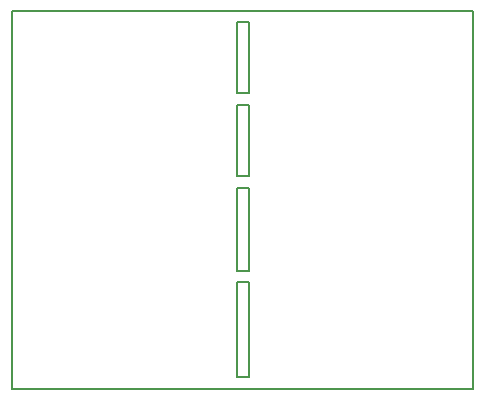
<source format=gbr>
G04 #@! TF.FileFunction,Profile,NP*
%FSLAX46Y46*%
G04 Gerber Fmt 4.6, Leading zero omitted, Abs format (unit mm)*
G04 Created by KiCad (PCBNEW 4.0.6) date 02/20/18 13:27:19*
%MOMM*%
%LPD*%
G01*
G04 APERTURE LIST*
%ADD10C,0.100000*%
%ADD11C,0.150000*%
G04 APERTURE END LIST*
D10*
D11*
X144000000Y-95000000D02*
X105000000Y-95000000D01*
X144000000Y-63000000D02*
X105000000Y-63000000D01*
X124000000Y-64000000D02*
X124000000Y-70000000D01*
X125000000Y-64000000D02*
X124000000Y-64000000D01*
X125000000Y-70000000D02*
X125000000Y-64000000D01*
X124000000Y-94000000D02*
X124000000Y-86000000D01*
X125000000Y-94000000D02*
X124000000Y-94000000D01*
X125000000Y-86000000D02*
X125000000Y-94000000D01*
X124000000Y-86000000D02*
X125000000Y-86000000D01*
X124000000Y-85000000D02*
X124000000Y-78000000D01*
X125000000Y-85000000D02*
X124000000Y-85000000D01*
X125000000Y-78000000D02*
X125000000Y-85000000D01*
X124000000Y-78000000D02*
X125000000Y-78000000D01*
X124000000Y-77000000D02*
X124000000Y-71000000D01*
X125000000Y-77000000D02*
X124000000Y-77000000D01*
X125000000Y-71000000D02*
X125000000Y-77000000D01*
X124000000Y-71000000D02*
X125000000Y-71000000D01*
X124000000Y-70000000D02*
X125000000Y-70000000D01*
X144000000Y-63000000D02*
X144000000Y-95000000D01*
X105000000Y-95000000D02*
X105000000Y-63000000D01*
M02*

</source>
